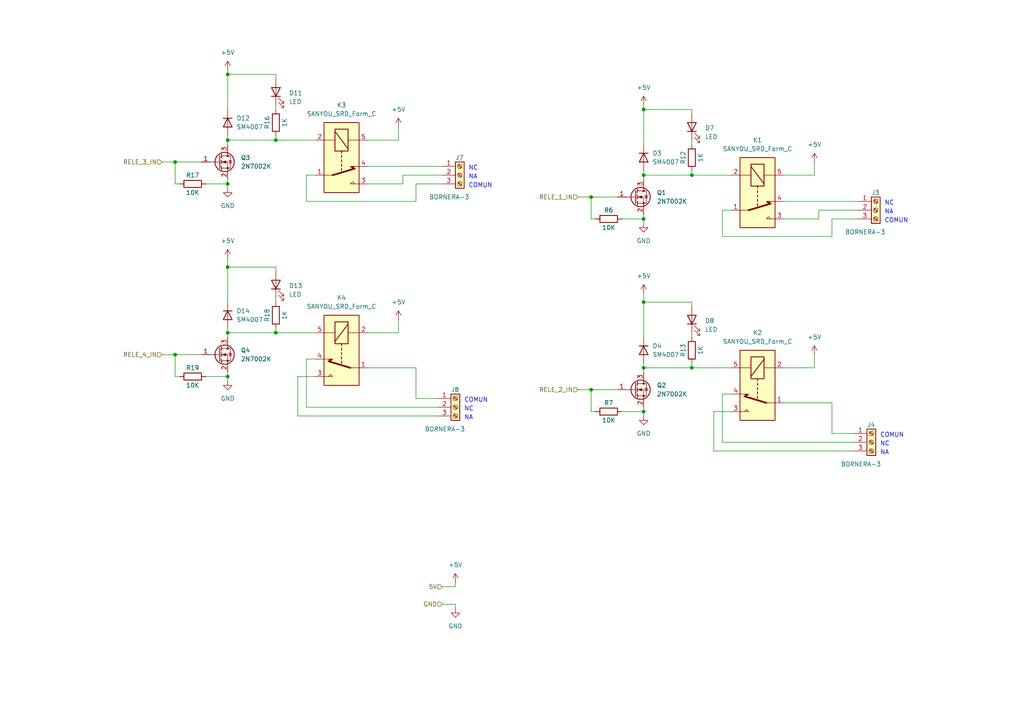
<source format=kicad_sch>
(kicad_sch (version 20211123) (generator eeschema)
  (paper "A4")
  (lib_symbols
    (symbol "Connector:Screw_Terminal_01x03" (pin_names (offset 1.016) hide)
      (property "Reference" "J" (at 0 5.08 0))
      (property "Value" "Screw_Terminal_01x03" (at 0 -5.08 0))
      (symbol "Screw_Terminal_01x03_1_1"
        (rectangle (start -1.27 3.81) (end 1.27 -3.81) (stroke (width 0.254)) (fill (type background)))
        (circle (center 0 -2.54) (radius 0.635) (stroke (width 0.1524)))
        (polyline (pts (xy -0.5334 -2.2098) (xy 0.3302 -3.048)) (stroke (width 0.1524)))
        (polyline (pts (xy -0.5334 0.3302) (xy 0.3302 -0.508)) (stroke (width 0.1524)))
        (polyline (pts (xy -0.5334 2.8702) (xy 0.3302 2.032)) (stroke (width 0.1524)))
        (polyline (pts (xy -0.3556 -2.032) (xy 0.508 -2.8702)) (stroke (width 0.1524)))
        (polyline (pts (xy -0.3556 0.508) (xy 0.508 -0.3302)) (stroke (width 0.1524)))
        (polyline (pts (xy -0.3556 3.048) (xy 0.508 2.2098)) (stroke (width 0.1524)))
        (circle (center 0 0) (radius 0.635) (stroke (width 0.1524)))
        (circle (center 0 2.54) (radius 0.635) (stroke (width 0.1524)))
        (pin passive line (at -5.08 2.54 0) (length 3.81) (name "Pin_1") (number "1"))
        (pin passive line (at -5.08 0 0) (length 3.81) (name "Pin_2") (number "2"))
        (pin passive line (at -5.08 -2.54 0) (length 3.81) (name "Pin_3") (number "3"))
      )
    )
    (symbol "Device:LED" (pin_numbers hide) (pin_names (offset 1.016) hide)
      (property "Reference" "D" (at 0 2.54 0))
      (property "Value" "LED" (at 0 -2.54 0))
      (symbol "LED_0_1"
        (polyline (pts (xy -1.27 -1.27) (xy -1.27 1.27)) (stroke (width 0.254)))
        (polyline (pts (xy -1.27 0) (xy 1.27 0)))
        (polyline (pts (xy 1.27 -1.27) (xy 1.27 1.27) (xy -1.27 0) (xy 1.27 -1.27)) (stroke (width 0.254)))
        (polyline (pts (xy -3.048 -0.762) (xy -4.572 -2.286) (xy -3.81 -2.286) (xy -4.572 -2.286) (xy -4.572 -1.524)))
        (polyline (pts (xy -1.778 -0.762) (xy -3.302 -2.286) (xy -2.54 -2.286) (xy -3.302 -2.286) (xy -3.302 -1.524)))
      )
      (symbol "LED_1_1"
        (pin passive line (at -3.81 0 0) (length 2.54) (name "K") (number "1"))
        (pin passive line (at 3.81 0 180) (length 2.54) (name "A") (number "2"))
      )
    )
    (symbol "Device:R" (pin_numbers hide) (pin_names (offset 0))
      (property "Reference" "R" (at 2.032 0 90))
      (property "Value" "R" (at 0 0 90))
      (symbol "R_0_1"
        (rectangle (start -1.016 -2.54) (end 1.016 2.54) (stroke (width 0.254)))
      )
      (symbol "R_1_1"
        (pin passive line (at 0 3.81 270) (length 1.27) (name "~") (number "1"))
        (pin passive line (at 0 -3.81 90) (length 1.27) (name "~") (number "2"))
      )
    )
    (symbol "Diode:SM4007" (pin_numbers hide) (pin_names (offset 1.016) hide)
      (property "Reference" "D" (at 0 2.54 0))
      (property "Value" "SM4007" (at 0 -2.54 0))
      (symbol "SM4007_0_1"
        (polyline (pts (xy -1.27 1.27) (xy -1.27 -1.27)) (stroke (width 0.254)))
        (polyline (pts (xy 1.27 0) (xy -1.27 0)))
        (polyline (pts (xy 1.27 1.27) (xy 1.27 -1.27) (xy -1.27 0) (xy 1.27 1.27)) (stroke (width 0.254)))
      )
      (symbol "SM4007_1_1"
        (pin passive line (at -3.81 0 0) (length 2.54) (name "K") (number "1"))
        (pin passive line (at 3.81 0 180) (length 2.54) (name "A") (number "2"))
      )
    )
    (symbol "Relay:SANYOU_SRD_Form_C"
      (property "Reference" "K" (at 11.43 3.81 0))
      (property "Value" "SANYOU_SRD_Form_C" (at 11.43 1.27 0))
      (symbol "SANYOU_SRD_Form_C_0_0"
        (polyline (pts (xy 7.62 5.08) (xy 7.62 2.54) (xy 6.985 3.175) (xy 7.62 3.81)))
      )
      (symbol "SANYOU_SRD_Form_C_0_1"
        (rectangle (start -10.16 5.08) (end 10.16 -5.08) (stroke (width 0.254)) (fill (type background)))
        (rectangle (start -8.255 1.905) (end -1.905 -1.905) (stroke (width 0.254)))
        (polyline (pts (xy -7.62 -1.905) (xy -2.54 1.905)) (stroke (width 0.254)))
        (polyline (pts (xy -5.08 -5.08) (xy -5.08 -1.905)))
        (polyline (pts (xy -5.08 5.08) (xy -5.08 1.905)))
        (polyline (pts (xy -1.905 0) (xy -1.27 0)) (stroke (width 0.254)))
        (polyline (pts (xy -0.635 0) (xy 0 0)) (stroke (width 0.254)))
        (polyline (pts (xy 0.635 0) (xy 1.27 0)) (stroke (width 0.254)))
        (polyline (pts (xy 1.905 0) (xy 2.54 0)) (stroke (width 0.254)))
        (polyline (pts (xy 3.175 0) (xy 3.81 0)) (stroke (width 0.254)))
        (polyline (pts (xy 5.08 -2.54) (xy 3.175 3.81)) (stroke (width 0.508)))
        (polyline (pts (xy 5.08 -2.54) (xy 5.08 -5.08)))
      )
      (symbol "SANYOU_SRD_Form_C_1_1"
        (polyline (pts (xy 2.54 3.81) (xy 3.175 3.175) (xy 2.54 2.54) (xy 2.54 5.08)) (fill (type outline)))
        (pin passive line (at 5.08 -7.62 90) (length 2.54) (name "~") (number "1"))
        (pin passive line (at -5.08 -7.62 90) (length 2.54) (name "~") (number "2"))
        (pin passive line (at 7.62 7.62 270) (length 2.54) (name "~") (number "3"))
        (pin passive line (at 2.54 7.62 270) (length 2.54) (name "~") (number "4"))
        (pin passive line (at -5.08 7.62 270) (length 2.54) (name "~") (number "5"))
      )
    )
    (symbol "Transistor_FET:2N7002K" (pin_names hide)
      (property "Reference" "Q" (at 5.08 1.905 0))
      (property "Value" "2N7002K" (at 5.08 0 0))
      (symbol "2N7002K_0_1"
        (polyline (pts (xy 0.254 0) (xy -2.54 0)))
        (polyline (pts (xy 0.254 1.905) (xy 0.254 -1.905)) (stroke (width 0.254)))
        (polyline (pts (xy 0.762 -1.27) (xy 0.762 -2.286)) (stroke (width 0.254)))
        (polyline (pts (xy 0.762 0.508) (xy 0.762 -0.508)) (stroke (width 0.254)))
        (polyline (pts (xy 0.762 2.286) (xy 0.762 1.27)) (stroke (width 0.254)))
        (polyline (pts (xy 2.54 2.54) (xy 2.54 1.778)))
        (polyline (pts (xy 2.54 -2.54) (xy 2.54 0) (xy 0.762 0)))
        (polyline (pts (xy 0.762 -1.778) (xy 3.302 -1.778) (xy 3.302 1.778) (xy 0.762 1.778)))
        (polyline (pts (xy 1.016 0) (xy 2.032 0.381) (xy 2.032 -0.381) (xy 1.016 0)) (fill (type outline)))
        (polyline (pts (xy 2.794 0.508) (xy 2.921 0.381) (xy 3.683 0.381) (xy 3.81 0.254)))
        (polyline (pts (xy 3.302 0.381) (xy 2.921 -0.254) (xy 3.683 -0.254) (xy 3.302 0.381)))
        (circle (center 1.651 0) (radius 2.794) (stroke (width 0.254)))
        (circle (center 2.54 -1.778) (radius 0.254) (fill (type outline)))
        (circle (center 2.54 1.778) (radius 0.254) (fill (type outline)))
      )
      (symbol "2N7002K_1_1"
        (pin input line (at -5.08 0 0) (length 2.54) (name "G") (number "1"))
        (pin passive line (at 2.54 -5.08 90) (length 2.54) (name "S") (number "2"))
        (pin passive line (at 2.54 5.08 270) (length 2.54) (name "D") (number "3"))
      )
    )
    (symbol "power:+5V" (power) (pin_names (offset 0))
      (property "Value" "+5V" (at 0 3.556 0))
      (symbol "+5V_0_1"
        (polyline (pts (xy -0.762 1.27) (xy 0 2.54)))
        (polyline (pts (xy 0 0) (xy 0 2.54)))
        (polyline (pts (xy 0 2.54) (xy 0.762 1.27)))
      )
      (symbol "+5V_1_1"
        (pin power_in line (at 0 0 90) (length 0) hide (name "+5V") (number "1"))
      )
    )
    (symbol "power:GND" (power) (pin_names (offset 0))
      (property "Value" "GND" (at 0 -3.81 0))
      (symbol "GND_0_1"
        (polyline (pts (xy 0 0) (xy 0 -1.27) (xy 1.27 -1.27) (xy 0 -2.54) (xy -1.27 -1.27) (xy 0 -1.27)))
      )
      (symbol "GND_1_1"
        (pin power_in line (at 0 0 270) (length 0) hide (name "GND") (number "1"))
      )
    )
  )
  (junction (at 66.04 21.59))
  (junction (at 186.69 50.8))
  (junction (at 171.45 113.03))
  (junction (at 66.04 53.34))
  (junction (at 186.69 63.5))
  (junction (at 66.04 109.22))
  (junction (at 50.8 102.87))
  (junction (at 66.04 96.52))
  (junction (at 200.66 106.68))
  (junction (at 186.69 31.75))
  (junction (at 186.69 87.63))
  (junction (at 200.66 50.8))
  (junction (at 171.45 57.15))
  (junction (at 80.01 96.52))
  (junction (at 80.01 40.64))
  (junction (at 186.69 119.38))
  (junction (at 50.8 46.99))
  (junction (at 66.04 40.64))
  (junction (at 186.69 106.68))
  (junction (at 66.04 77.47))
  (wire (pts (xy 66.04 40.64) (xy 66.04 41.91)))
  (wire (pts (xy 127 120.65) (xy 86.36 120.65)))
  (wire (pts (xy 227.33 106.68) (xy 236.22 106.68)))
  (wire (pts (xy 237.49 63.5) (xy 237.49 60.96)))
  (wire (pts (xy 186.69 119.38) (xy 186.69 120.65)))
  (wire (pts (xy 106.68 40.64) (xy 115.57 40.64)))
  (wire (pts (xy 66.04 21.59) (xy 66.04 31.75)))
  (wire (pts (xy 209.55 68.58) (xy 241.3 68.58)))
  (wire (pts (xy 50.8 102.87) (xy 58.42 102.87)))
  (wire (pts (xy 80.01 22.86) (xy 80.01 21.59)))
  (wire (pts (xy 66.04 52.07) (xy 66.04 53.34)))
  (wire (pts (xy 186.69 87.63) (xy 186.69 97.79)))
  (wire (pts (xy 236.22 106.68) (xy 236.22 102.87)))
  (wire (pts (xy 171.45 119.38) (xy 171.45 113.03)))
  (wire (pts (xy 88.9 50.8) (xy 88.9 58.42)))
  (wire (pts (xy 171.45 113.03) (xy 179.07 113.03)))
  (wire (pts (xy 128.27 175.26) (xy 132.08 175.26)))
  (wire (pts (xy 115.57 96.52) (xy 115.57 92.71)))
  (wire (pts (xy 200.66 33.02) (xy 200.66 31.75)))
  (wire (pts (xy 46.99 46.99) (xy 50.8 46.99)))
  (wire (pts (xy 200.66 40.64) (xy 200.66 41.91)))
  (wire (pts (xy 207.01 119.38) (xy 212.09 119.38)))
  (wire (pts (xy 200.66 96.52) (xy 200.66 97.79)))
  (wire (pts (xy 91.44 50.8) (xy 88.9 50.8)))
  (wire (pts (xy 88.9 118.11) (xy 88.9 104.14)))
  (wire (pts (xy 50.8 53.34) (xy 50.8 46.99)))
  (wire (pts (xy 186.69 30.48) (xy 186.69 31.75)))
  (wire (pts (xy 120.65 115.57) (xy 127 115.57)))
  (wire (pts (xy 186.69 50.8) (xy 186.69 52.07)))
  (wire (pts (xy 88.9 58.42) (xy 120.65 58.42)))
  (wire (pts (xy 207.01 130.81) (xy 207.01 119.38)))
  (wire (pts (xy 127 118.11) (xy 88.9 118.11)))
  (wire (pts (xy 186.69 31.75) (xy 186.69 41.91)))
  (wire (pts (xy 80.01 86.36) (xy 80.01 87.63)))
  (wire (pts (xy 80.01 78.74) (xy 80.01 77.47)))
  (wire (pts (xy 186.69 87.63) (xy 200.66 87.63)))
  (wire (pts (xy 106.68 48.26) (xy 128.27 48.26)))
  (wire (pts (xy 200.66 31.75) (xy 186.69 31.75)))
  (wire (pts (xy 241.3 116.84) (xy 241.3 125.73)))
  (wire (pts (xy 241.3 63.5) (xy 248.92 63.5)))
  (wire (pts (xy 66.04 96.52) (xy 66.04 97.79)))
  (wire (pts (xy 46.99 102.87) (xy 50.8 102.87)))
  (wire (pts (xy 80.01 96.52) (xy 91.44 96.52)))
  (wire (pts (xy 200.66 105.41) (xy 200.66 106.68)))
  (wire (pts (xy 212.09 60.96) (xy 209.55 60.96)))
  (wire (pts (xy 66.04 107.95) (xy 66.04 109.22)))
  (wire (pts (xy 209.55 128.27) (xy 209.55 114.3)))
  (wire (pts (xy 237.49 60.96) (xy 248.92 60.96)))
  (wire (pts (xy 50.8 46.99) (xy 58.42 46.99)))
  (wire (pts (xy 186.69 50.8) (xy 200.66 50.8)))
  (wire (pts (xy 66.04 77.47) (xy 80.01 77.47)))
  (wire (pts (xy 186.69 106.68) (xy 200.66 106.68)))
  (wire (pts (xy 66.04 20.32) (xy 66.04 21.59)))
  (wire (pts (xy 247.65 128.27) (xy 209.55 128.27)))
  (wire (pts (xy 59.69 53.34) (xy 66.04 53.34)))
  (wire (pts (xy 86.36 109.22) (xy 91.44 109.22)))
  (wire (pts (xy 80.01 95.25) (xy 80.01 96.52)))
  (wire (pts (xy 180.34 119.38) (xy 186.69 119.38)))
  (wire (pts (xy 227.33 58.42) (xy 248.92 58.42)))
  (wire (pts (xy 120.65 53.34) (xy 128.27 53.34)))
  (wire (pts (xy 52.07 53.34) (xy 50.8 53.34)))
  (wire (pts (xy 167.64 113.03) (xy 171.45 113.03)))
  (wire (pts (xy 236.22 50.8) (xy 236.22 46.99)))
  (wire (pts (xy 120.65 106.68) (xy 120.65 115.57)))
  (wire (pts (xy 227.33 116.84) (xy 241.3 116.84)))
  (wire (pts (xy 241.3 68.58) (xy 241.3 63.5)))
  (wire (pts (xy 116.84 53.34) (xy 116.84 50.8)))
  (wire (pts (xy 80.01 39.37) (xy 80.01 40.64)))
  (wire (pts (xy 186.69 105.41) (xy 186.69 106.68)))
  (wire (pts (xy 247.65 130.81) (xy 207.01 130.81)))
  (wire (pts (xy 66.04 109.22) (xy 66.04 110.49)))
  (wire (pts (xy 106.68 96.52) (xy 115.57 96.52)))
  (wire (pts (xy 88.9 104.14) (xy 91.44 104.14)))
  (wire (pts (xy 209.55 114.3) (xy 212.09 114.3)))
  (wire (pts (xy 66.04 74.93) (xy 66.04 77.47)))
  (wire (pts (xy 66.04 39.37) (xy 66.04 40.64)))
  (wire (pts (xy 186.69 63.5) (xy 186.69 64.77)))
  (wire (pts (xy 186.69 106.68) (xy 186.69 107.95)))
  (wire (pts (xy 106.68 106.68) (xy 120.65 106.68)))
  (wire (pts (xy 227.33 50.8) (xy 236.22 50.8)))
  (wire (pts (xy 115.57 40.64) (xy 115.57 36.83)))
  (wire (pts (xy 172.72 119.38) (xy 171.45 119.38)))
  (wire (pts (xy 132.08 175.26) (xy 132.08 176.53)))
  (wire (pts (xy 180.34 63.5) (xy 186.69 63.5)))
  (wire (pts (xy 171.45 63.5) (xy 171.45 57.15)))
  (wire (pts (xy 86.36 120.65) (xy 86.36 109.22)))
  (wire (pts (xy 80.01 40.64) (xy 91.44 40.64)))
  (wire (pts (xy 200.66 49.53) (xy 200.66 50.8)))
  (wire (pts (xy 241.3 125.73) (xy 247.65 125.73)))
  (wire (pts (xy 227.33 63.5) (xy 237.49 63.5)))
  (wire (pts (xy 172.72 63.5) (xy 171.45 63.5)))
  (wire (pts (xy 66.04 53.34) (xy 66.04 54.61)))
  (wire (pts (xy 171.45 57.15) (xy 179.07 57.15)))
  (wire (pts (xy 80.01 21.59) (xy 66.04 21.59)))
  (wire (pts (xy 52.07 109.22) (xy 50.8 109.22)))
  (wire (pts (xy 106.68 53.34) (xy 116.84 53.34)))
  (wire (pts (xy 209.55 60.96) (xy 209.55 68.58)))
  (wire (pts (xy 116.84 50.8) (xy 128.27 50.8)))
  (wire (pts (xy 186.69 118.11) (xy 186.69 119.38)))
  (wire (pts (xy 200.66 88.9) (xy 200.66 87.63)))
  (wire (pts (xy 200.66 106.68) (xy 212.09 106.68)))
  (wire (pts (xy 59.69 109.22) (xy 66.04 109.22)))
  (wire (pts (xy 132.08 170.18) (xy 132.08 168.91)))
  (wire (pts (xy 186.69 85.09) (xy 186.69 87.63)))
  (wire (pts (xy 200.66 50.8) (xy 212.09 50.8)))
  (wire (pts (xy 66.04 77.47) (xy 66.04 87.63)))
  (wire (pts (xy 66.04 40.64) (xy 80.01 40.64)))
  (wire (pts (xy 186.69 62.23) (xy 186.69 63.5)))
  (wire (pts (xy 66.04 96.52) (xy 80.01 96.52)))
  (wire (pts (xy 50.8 109.22) (xy 50.8 102.87)))
  (wire (pts (xy 186.69 49.53) (xy 186.69 50.8)))
  (wire (pts (xy 128.27 170.18) (xy 132.08 170.18)))
  (wire (pts (xy 80.01 30.48) (xy 80.01 31.75)))
  (wire (pts (xy 167.64 57.15) (xy 171.45 57.15)))
  (wire (pts (xy 120.65 58.42) (xy 120.65 53.34)))
  (wire (pts (xy 66.04 95.25) (xy 66.04 96.52)))
  (text "NA" (at 256.54 62.23 0) (effects (font (size 1.27 1.27)) (justify left bottom)))
  (text "NA" (at 134.62 121.92 0) (effects (font (size 1.27 1.27)) (justify left bottom)))
  (text "COMUN" (at 255.27 127 0) (effects (font (size 1.27 1.27)) (justify left bottom)))
  (text "NA" (at 135.89 52.07 0) (effects (font (size 1.27 1.27)) (justify left bottom)))
  (text "NA" (at 255.27 132.08 0) (effects (font (size 1.27 1.27)) (justify left bottom)))
  (text "COMUN" (at 256.54 64.77 0) (effects (font (size 1.27 1.27)) (justify left bottom)))
  (text "NC" (at 255.27 129.54 0) (effects (font (size 1.27 1.27)) (justify left bottom)))
  (text "COMUN" (at 134.62 116.84 0) (effects (font (size 1.27 1.27)) (justify left bottom)))
  (text "NC" (at 134.62 119.38 0) (effects (font (size 1.27 1.27)) (justify left bottom)))
  (text "NC" (at 256.54 59.69 0) (effects (font (size 1.27 1.27)) (justify left bottom)))
  (text "COMUN" (at 135.89 54.61 0) (effects (font (size 1.27 1.27)) (justify left bottom)))
  (text "NC" (at 135.89 49.53 0) (effects (font (size 1.27 1.27)) (justify left bottom)))
  (hierarchical_label "GND" (shape input) (at 128.27 175.26 180))
  (hierarchical_label "RELE_2_IN" (shape input) (at 167.64 113.03 180))
  (hierarchical_label "RELE_1_IN" (shape input) (at 167.64 57.15 180))
  (hierarchical_label "RELE_3_IN" (shape input) (at 46.99 46.99 180))
  (hierarchical_label "5V" (shape input) (at 128.27 170.18 180))
  (hierarchical_label "RELE_4_IN" (shape input) (at 46.99 102.87 180))
  (symbol (lib_id "Device:LED") (at 80.01 26.67 90) (unit 1)
    (property "Reference" "D11" (at 83.82 26.9874 90) (effects (justify right)))
    (property "Value" "LED" (at 83.82 29.5274 90) (effects (justify right)))
    (property "Footprint" "LED_SMD:LED_0805_2012Metric_Pad1.15x1.40mm_HandSolder" (effects hide))
  )
  (symbol (lib_id "power:+5V") (at 236.22 102.87 0) (unit 1)
    (property "Reference" "#PWR025" (effects hide))
    (property "Value" "+5V" (at 236.22 97.79 0))
  )
  (symbol (lib_id "Transistor_FET:2N7002K") (at 184.15 57.15 0) (unit 1)
    (property "Reference" "Q1" (at 190.5 55.8799 0) (effects (justify left)))
    (property "Value" "2N7002K" (at 190.5 58.4199 0) (effects (justify left)))
    (property "Footprint" "Package_TO_SOT_SMD:SOT-23_Handsoldering" (effects hide))
    (property "Datasheet" "https://www.diodes.com/assets/Datasheets/ds30896.pdf" (effects hide))
  )
  (symbol (lib_id "power:+5V") (at 186.69 30.48 0) (unit 1)
    (property "Reference" "#PWR021" (effects hide))
    (property "Value" "+5V" (at 186.69 25.4 0))
  )
  (symbol (lib_id "Device:R") (at 55.88 53.34 90) (unit 1)
    (property "Reference" "R17" (at 55.88 50.8 90))
    (property "Value" "10K" (at 55.88 55.88 90))
    (property "Footprint" "Resistor_SMD:R_0805_2012Metric_Pad1.20x1.40mm_HandSolder" (effects hide))
  )
  (symbol (lib_id "Diode:SM4007") (at 66.04 91.44 270) (unit 1)
    (property "Reference" "D14" (at 68.58 90.1699 90) (effects (justify left)))
    (property "Value" "SM4007" (at 68.58 92.7099 90) (effects (justify left)))
    (property "Footprint" "Diode_SMD:D_SMA_Handsoldering" (effects hide))
    (property "Datasheet" "http://cdn-reichelt.de/documents/datenblatt/A400/SMD1N400%23DIO.pdf" (effects hide))
  )
  (symbol (lib_id "Connector:Screw_Terminal_01x03") (at 252.73 128.27 0) (unit 1)
    (property "Reference" "J4" (at 251.46 123.19 0) (effects (justify left)))
    (property "Value" "BORNERA-3" (at 243.84 134.62 0) (effects (justify left)))
    (property "Footprint" "TerminalBlock_Phoenix:TerminalBlock_Phoenix_MKDS-1,5-3-5.08_1x03_P5.08mm_Horizontal" (effects hide))
  )
  (symbol (lib_id "Connector:Screw_Terminal_01x03") (at 133.35 50.8 0) (unit 1)
    (property "Reference" "J7" (at 132.08 45.72 0) (effects (justify left)))
    (property "Value" "BORNERA-3" (at 124.46 57.15 0) (effects (justify left)))
    (property "Footprint" "TerminalBlock_Phoenix:TerminalBlock_Phoenix_MKDS-1,5-3-5.08_1x03_P5.08mm_Horizontal" (effects hide))
  )
  (symbol (lib_id "Connector:Screw_Terminal_01x03") (at 254 60.96 0) (unit 1)
    (property "Reference" "J3" (at 252.73 55.88 0) (effects (justify left)))
    (property "Value" "BORNERA-3" (at 245.11 67.31 0) (effects (justify left)))
    (property "Footprint" "TerminalBlock_Phoenix:TerminalBlock_Phoenix_MKDS-1,5-3-5.08_1x03_P5.08mm_Horizontal" (effects hide))
  )
  (symbol (lib_id "Device:R") (at 176.53 63.5 90) (unit 1)
    (property "Reference" "R6" (at 176.53 60.96 90))
    (property "Value" "10K" (at 176.53 66.04 90))
    (property "Footprint" "Resistor_SMD:R_0805_2012Metric_Pad1.20x1.40mm_HandSolder" (effects hide))
  )
  (symbol (lib_id "Diode:SM4007") (at 186.69 101.6 270) (unit 1)
    (property "Reference" "D4" (at 189.23 100.3299 90) (effects (justify left)))
    (property "Value" "SM4007" (at 189.23 102.8699 90) (effects (justify left)))
    (property "Footprint" "Diode_SMD:D_SMA_Handsoldering" (effects hide))
    (property "Datasheet" "http://cdn-reichelt.de/documents/datenblatt/A400/SMD1N400%23DIO.pdf" (effects hide))
  )
  (symbol (lib_id "power:+5V") (at 115.57 36.83 0) (unit 1)
    (property "Reference" "#PWR0111" (effects hide))
    (property "Value" "+5V" (at 115.57 31.75 0))
  )
  (symbol (lib_id "Transistor_FET:2N7002K") (at 63.5 46.99 0) (unit 1)
    (property "Reference" "Q3" (at 69.85 45.7199 0) (effects (justify left)))
    (property "Value" "2N7002K" (at 69.85 48.2599 0) (effects (justify left)))
    (property "Footprint" "Package_TO_SOT_SMD:SOT-23_Handsoldering" (effects hide))
    (property "Datasheet" "https://www.diodes.com/assets/Datasheets/ds30896.pdf" (effects hide))
  )
  (symbol (lib_id "power:+5V") (at 132.08 168.91 0) (unit 1)
    (property "Reference" "#PWR027" (effects hide))
    (property "Value" "+5V" (at 132.08 163.83 0))
  )
  (symbol (lib_id "Diode:SM4007") (at 66.04 35.56 270) (unit 1)
    (property "Reference" "D12" (at 68.58 34.2899 90) (effects (justify left)))
    (property "Value" "SM4007" (at 68.58 36.8299 90) (effects (justify left)))
    (property "Footprint" "Diode_SMD:D_SMA_Handsoldering" (effects hide))
    (property "Datasheet" "http://cdn-reichelt.de/documents/datenblatt/A400/SMD1N400%23DIO.pdf" (effects hide))
  )
  (symbol (lib_id "Device:R") (at 200.66 45.72 180) (unit 1)
    (property "Reference" "R12" (at 198.12 45.72 90))
    (property "Value" "1K" (at 203.2 45.72 90))
    (property "Footprint" "Resistor_SMD:R_0805_2012Metric_Pad1.20x1.40mm_HandSolder" (effects hide))
  )
  (symbol (lib_id "Device:LED") (at 200.66 92.71 90) (unit 1)
    (property "Reference" "D8" (at 204.47 93.0274 90) (effects (justify right)))
    (property "Value" "LED" (at 204.47 95.5674 90) (effects (justify right)))
    (property "Footprint" "LED_SMD:LED_0805_2012Metric_Pad1.15x1.40mm_HandSolder" (effects hide))
  )
  (symbol (lib_id "Device:R") (at 80.01 91.44 180) (unit 1)
    (property "Reference" "R18" (at 77.47 91.44 90))
    (property "Value" "1K" (at 82.55 91.44 90))
    (property "Footprint" "Resistor_SMD:R_0805_2012Metric_Pad1.20x1.40mm_HandSolder" (effects hide))
  )
  (symbol (lib_id "Device:R") (at 200.66 101.6 180) (unit 1)
    (property "Reference" "R13" (at 198.12 101.6 90))
    (property "Value" "1K" (at 203.2 101.6 90))
    (property "Footprint" "Resistor_SMD:R_0805_2012Metric_Pad1.20x1.40mm_HandSolder" (effects hide))
  )
  (symbol (lib_id "power:+5V") (at 66.04 74.93 0) (unit 1)
    (property "Reference" "#PWR0108" (effects hide))
    (property "Value" "+5V" (at 66.04 69.85 0))
  )
  (symbol (lib_id "power:GND") (at 186.69 64.77 0) (unit 1)
    (property "Reference" "#PWR023" (effects hide))
    (property "Value" "GND" (at 186.69 69.85 0))
  )
  (symbol (lib_id "Device:LED") (at 80.01 82.55 90) (unit 1)
    (property "Reference" "D13" (at 83.82 82.8674 90) (effects (justify right)))
    (property "Value" "LED" (at 83.82 85.4074 90) (effects (justify right)))
    (property "Footprint" "LED_SMD:LED_0805_2012Metric_Pad1.15x1.40mm_HandSolder" (effects hide))
  )
  (symbol (lib_id "power:+5V") (at 115.57 92.71 0) (unit 1)
    (property "Reference" "#PWR0112" (effects hide))
    (property "Value" "+5V" (at 115.57 87.63 0))
  )
  (symbol (lib_id "Transistor_FET:2N7002K") (at 63.5 102.87 0) (unit 1)
    (property "Reference" "Q4" (at 69.85 101.5999 0) (effects (justify left)))
    (property "Value" "2N7002K" (at 69.85 104.1399 0) (effects (justify left)))
    (property "Footprint" "Package_TO_SOT_SMD:SOT-23_Handsoldering" (effects hide))
    (property "Datasheet" "https://www.diodes.com/assets/Datasheets/ds30896.pdf" (effects hide))
  )
  (symbol (lib_id "power:GND") (at 132.08 176.53 0) (unit 1)
    (property "Reference" "#PWR028" (effects hide))
    (property "Value" "GND" (at 132.08 181.61 0))
  )
  (symbol (lib_id "Relay:SANYOU_SRD_Form_C") (at 219.71 111.76 90) (mirror x) (unit 1)
    (property "Reference" "K2" (at 219.71 96.52 90))
    (property "Value" "SANYOU_SRD_Form_C" (at 219.71 99.06 90))
    (property "Footprint" "Relay_THT:Relay_SPDT_SANYOU_SRD_Series_Form_C" (effects hide))
    (property "Datasheet" "http://www.sanyourelay.ca/public/products/pdf/SRD.pdf" (effects hide))
  )
  (symbol (lib_id "power:GND") (at 186.69 120.65 0) (unit 1)
    (property "Reference" "#PWR026" (effects hide))
    (property "Value" "GND" (at 186.69 125.73 0))
  )
  (symbol (lib_id "Device:R") (at 80.01 35.56 180) (unit 1)
    (property "Reference" "R16" (at 77.47 35.56 90))
    (property "Value" "1K" (at 82.55 35.56 90))
    (property "Footprint" "Resistor_SMD:R_0805_2012Metric_Pad1.20x1.40mm_HandSolder" (effects hide))
  )
  (symbol (lib_id "Connector:Screw_Terminal_01x03") (at 132.08 118.11 0) (unit 1)
    (property "Reference" "J8" (at 130.81 113.03 0) (effects (justify left)))
    (property "Value" "BORNERA-3" (at 123.19 124.46 0) (effects (justify left)))
    (property "Footprint" "TerminalBlock_Phoenix:TerminalBlock_Phoenix_MKDS-1,5-3-5.08_1x03_P5.08mm_Horizontal" (effects hide))
  )
  (symbol (lib_id "Relay:SANYOU_SRD_Form_C") (at 219.71 55.88 270) (unit 1)
    (property "Reference" "K1" (at 219.71 40.64 90))
    (property "Value" "SANYOU_SRD_Form_C" (at 219.71 43.18 90))
    (property "Footprint" "Relay_THT:Relay_SPDT_SANYOU_SRD_Series_Form_C" (effects hide))
    (property "Datasheet" "http://www.sanyourelay.ca/public/products/pdf/SRD.pdf" (effects hide))
  )
  (symbol (lib_id "power:GND") (at 66.04 54.61 0) (unit 1)
    (property "Reference" "#PWR0109" (effects hide))
    (property "Value" "GND" (at 66.04 59.69 0))
  )
  (symbol (lib_id "Relay:SANYOU_SRD_Form_C") (at 99.06 45.72 270) (unit 1)
    (property "Reference" "K3" (at 99.06 30.48 90))
    (property "Value" "SANYOU_SRD_Form_C" (at 99.06 33.02 90))
    (property "Footprint" "Relay_THT:Relay_SPDT_SANYOU_SRD_Series_Form_C" (effects hide))
    (property "Datasheet" "http://www.sanyourelay.ca/public/products/pdf/SRD.pdf" (effects hide))
  )
  (symbol (lib_id "Device:LED") (at 200.66 36.83 90) (unit 1)
    (property "Reference" "D7" (at 204.47 37.1474 90) (effects (justify right)))
    (property "Value" "LED" (at 204.47 39.6874 90) (effects (justify right)))
    (property "Footprint" "LED_SMD:LED_0805_2012Metric_Pad1.15x1.40mm_HandSolder" (effects hide))
  )
  (symbol (lib_id "Transistor_FET:2N7002K") (at 184.15 113.03 0) (unit 1)
    (property "Reference" "Q2" (at 190.5 111.7599 0) (effects (justify left)))
    (property "Value" "2N7002K" (at 190.5 114.2999 0) (effects (justify left)))
    (property "Footprint" "Package_TO_SOT_SMD:SOT-23_Handsoldering" (effects hide))
    (property "Datasheet" "https://www.diodes.com/assets/Datasheets/ds30896.pdf" (effects hide))
  )
  (symbol (lib_id "Diode:SM4007") (at 186.69 45.72 270) (unit 1)
    (property "Reference" "D3" (at 189.23 44.4499 90) (effects (justify left)))
    (property "Value" "SM4007" (at 189.23 46.9899 90) (effects (justify left)))
    (property "Footprint" "Diode_SMD:D_SMA_Handsoldering" (effects hide))
    (property "Datasheet" "http://cdn-reichelt.de/documents/datenblatt/A400/SMD1N400%23DIO.pdf" (effects hide))
  )
  (symbol (lib_id "Device:R") (at 176.53 119.38 90) (unit 1)
    (property "Reference" "R7" (at 176.53 116.84 90))
    (property "Value" "10K" (at 176.53 121.92 90))
    (property "Footprint" "Resistor_SMD:R_0805_2012Metric_Pad1.20x1.40mm_HandSolder" (effects hide))
  )
  (symbol (lib_id "power:GND") (at 66.04 110.49 0) (unit 1)
    (property "Reference" "#PWR0110" (effects hide))
    (property "Value" "GND" (at 66.04 115.57 0))
  )
  (symbol (lib_id "Relay:SANYOU_SRD_Form_C") (at 99.06 101.6 90) (mirror x) (unit 1)
    (property "Reference" "K4" (at 99.06 86.36 90))
    (property "Value" "SANYOU_SRD_Form_C" (at 99.06 88.9 90))
    (property "Footprint" "Relay_THT:Relay_SPDT_SANYOU_SRD_Series_Form_C" (effects hide))
    (property "Datasheet" "http://www.sanyourelay.ca/public/products/pdf/SRD.pdf" (effects hide))
  )
  (symbol (lib_id "power:+5V") (at 186.69 85.09 0) (unit 1)
    (property "Reference" "#PWR024" (effects hide))
    (property "Value" "+5V" (at 186.69 80.01 0))
  )
  (symbol (lib_id "power:+5V") (at 236.22 46.99 0) (unit 1)
    (property "Reference" "#PWR022" (effects hide))
    (property "Value" "+5V" (at 236.22 41.91 0))
  )
  (symbol (lib_id "power:+5V") (at 66.04 20.32 0) (unit 1)
    (property "Reference" "#PWR0107" (effects hide))
    (property "Value" "+5V" (at 66.04 15.24 0))
  )
  (symbol (lib_id "Device:R") (at 55.88 109.22 90) (unit 1)
    (property "Reference" "R19" (at 55.88 106.68 90))
    (property "Value" "10K" (at 55.88 111.76 90))
    (property "Footprint" "Resistor_SMD:R_0805_2012Metric_Pad1.20x1.40mm_HandSolder" (effects hide))
  )
)
</source>
